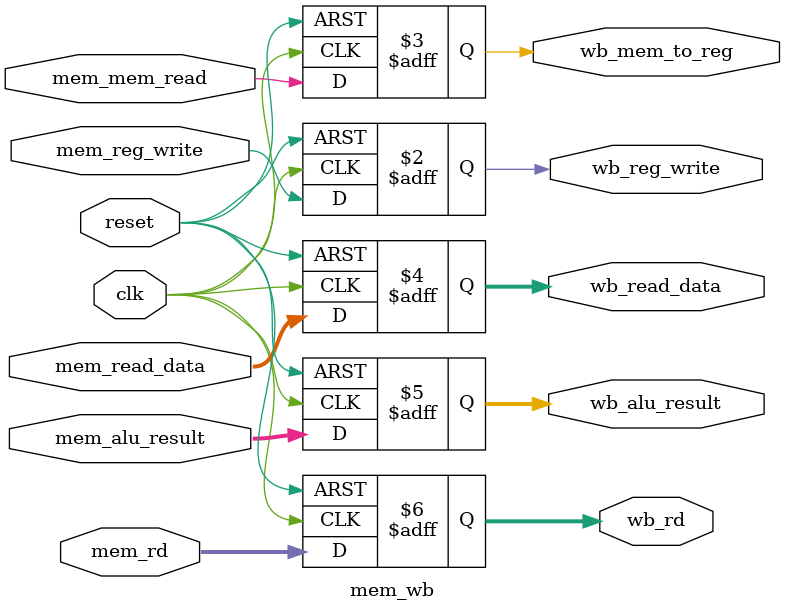
<source format=v>
module mem_wb #(
  parameter DATA_WIDTH     = 16,
  parameter REGADDR_WIDTH  = 3
) (
  input                         clk,
  input                         reset,
  // control
  input                         mem_reg_write,
  input                         mem_mem_read,
  // data
  input      [DATA_WIDTH-1:0]   mem_read_data,
  input      [DATA_WIDTH-1:0]   mem_alu_result,
  input      [REGADDR_WIDTH-1:0] mem_rd,
  // outputs to WB
  output reg                    wb_reg_write,
  output reg                    wb_mem_to_reg,
  output reg [DATA_WIDTH-1:0]   wb_read_data,
  output reg [DATA_WIDTH-1:0]   wb_alu_result,
  output reg [REGADDR_WIDTH-1:0] wb_rd
);

  always @(posedge clk or posedge reset) begin
    if (reset) begin
      wb_reg_write   <= 0;
      wb_mem_to_reg  <= 0;
      wb_read_data   <= 0;
      wb_alu_result  <= 0;
      wb_rd          <= 0;
    end else begin
      wb_reg_write   <= mem_reg_write;
      wb_mem_to_reg  <= mem_mem_read;
      wb_read_data   <= mem_read_data;
      wb_alu_result  <= mem_alu_result;
      wb_rd          <= mem_rd;
    end
  end
endmodule
</source>
